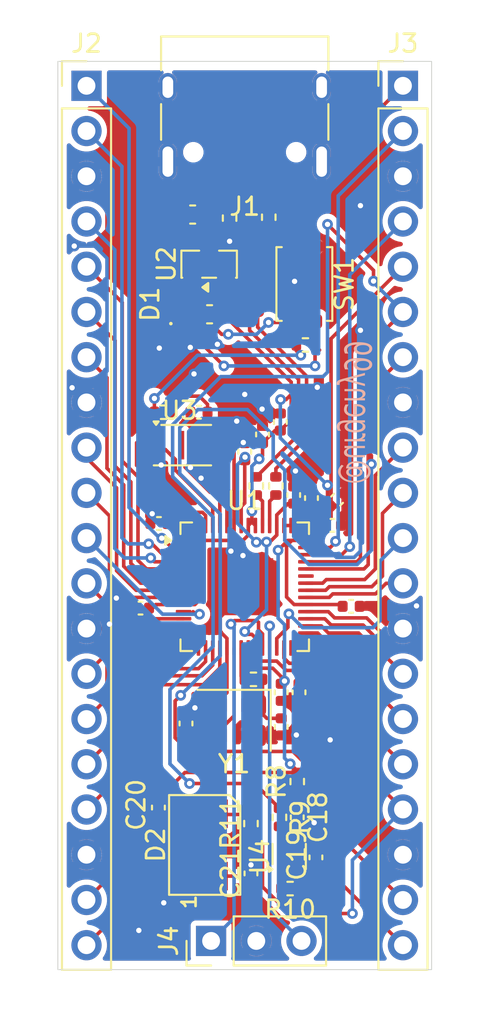
<source format=kicad_pcb>
(kicad_pcb (version 20241229) (generator "pcbnew") (generator_version "9.0")
  (layers (0 "F.Cu" signal) (2 "B.Cu" signal) (13 "F.Paste" user) (15 "B.Paste" user) (5 "F.SilkS" user "F.Silkscreen") (7 "B.SilkS" user "B.Silkscreen") (1 "F.Mask" user) (3 "B.Mask" user) (25 "Edge.Cuts" user))
  (net 0 "")
  (net 1 "+3V3")
  (net 2 "GND")
  (net 3 "+1V1")
  (net 4 "VBUS")
  (net 5 "XIN")
  (net 6 "Net-(C16-Pad2)")
  (net 7 "USB_D-")
  (net 8 "USB_D+")
  (net 9 "Net-(J1-CC1)")
  (net 10 "Net-(J1-CC2)")
  (net 11 "GPIO2")
  (net 12 "GPIO13")
  (net 13 "GPIO4")
  (net 14 "GPIO6")
  (net 15 "GPIO7")
  (net 16 "GPIO0")
  (net 17 "GPIO14")
  (net 18 "GPIO1")
  (net 19 "GPIO9")
  (net 20 "GPIO15")
  (net 21 "GPIO3")
  (net 22 "GPIO11")
  (net 23 "GPIO8")
  (net 24 "GPIO12")
  (net 25 "GPIO10")
  (net 26 "GPIO5")
  (net 27 "GPIO28_ADC2")
  (net 28 "GPIO26_ADC0")
  (net 29 "GPIO20")
  (net 30 "GPIO22")
  (net 31 "GPIO19")
  (net 32 "GPIO23")
  (net 33 "GPIO18")
  (net 34 "GPIO24")
  (net 35 "GPIO27_ADC1")
  (net 36 "GPIO17")
  (net 37 "GPIO16")
  (net 38 "GPIO29_ADC3")
  (net 39 "GPIO21")
  (net 40 "RUN")
  (net 41 "SWCLK")
  (net 42 "SWD")
  (net 43 "Net-(U1-USB_DP)")
  (net 44 "Net-(U1-USB_DM)")
  (net 45 "XOUT")
  (net 46 "QSPI_SS")
  (net 47 "Net-(D1-K)")
  (net 48 "QSPI_SD0")
  (net 49 "QSPI_SD2")
  (net 50 "QSPI_SD3")
  (net 51 "QSPI_SD1")
  (net 53 "QSPI_SCLK")
  (net 54 "Net-(D1-A)")
  (net 55 "Net-(U4-V+)")
  (net 56 "Net-(C18-Pad1)")
  (net 57 "Net-(U4-GND)")
  (net 58 "Net-(D2-VDD)")
  (net 59 "Net-(D2-VSS)")
  (net 61 "Net-(D2-DIN)")
  (net 62 "Net-(U4-SDA)")
  (net 63 "Net-(U4-SCL)")
  (footprint "Capacitor_SMD:C_0402_1005Metric" (layer "F.Cu") (at 154.145 77.45 180)
    (property "Reference" "C9" (hide yes))
    (property "Value" "0.1uF")
  )
  (footprint "Capacitor_SMD:C_0402_1005Metric" (layer "F.Cu") (at 161 67.7 90)
    (property "Reference" "C4" (hide yes))
    (property "Value" "0.1uF")
  )
  (footprint "Connector_USB:USB_C_Receptacle_HRO_TYPE-C-31-M-12" (layer "F.Cu") (at 160 49.25 180)
    (property "Reference" "J1")
    (property "Value" "USB_C_Receptacle_USB2.0_14P")
  )
  (footprint "Capacitor_SMD:C_0402_1005Metric" (layer "F.Cu") (at 165.98 77.35)
    (property "Reference" "C5" (hide yes))
    (property "Value" "0.1uF")
  )
  (footprint "Connector_PinHeader_2.54mm:PinHeader_1x20_P2.54mm_Vertical" (layer "F.Cu") (at 151.11 48.12)
    (property "Reference" "J2")
    (property "Value" "Conn_01x20")
  )
  (footprint "LED_SMD:LED_SK6812MINI_PLCC4_3.5x3.5mm_P1.75mm" (layer "F.Cu") (at 157.75 90.75 90)
    (property "Reference" "D2")
    (property "Value" "SK6812MINI")
  )
  (footprint "Crystal:Crystal_SMD_3225-4Pin_3.2x2.5mm" (layer "F.Cu") (at 159.4 83.75 180)
    (property "Reference" "Y1")
    (property "Value" "12 MHz")
  )
  (footprint "Capacitor_SMD:C_0402_1005Metric" (layer "F.Cu") (at 162 67 90)
    (property "Reference" "C2" (hide yes))
    (property "Value" "0.1uF")
  )
  (footprint "Capacitor_SMD:C_0402_1005Metric" (layer "F.Cu") (at 164 91.45 90)
    (property "Reference" "C19")
    (property "Value" "0.1uF")
  )
  (footprint "Resistor_SMD:R_0402_1005Metric" (layer "F.Cu") (at 160.35 89.55 90)
    (property "Reference" "R11")
    (property "Value" "220")
  )
  (footprint "Capacitor_SMD:C_0402_1005Metric" (layer "F.Cu") (at 156.7 83.93 -90)
    (property "Reference" "C15" (hide yes))
    (property "Value" "33pF")
  )
  (footprint "Capacitor_SMD:C_0402_1005Metric" (layer "F.Cu") (at 155.15 88.65 -90)
    (property "Reference" "C20")
    (property "Value" "0.1uF")
  )
  (footprint "Package_TO_SOT_SMD:SOT-23" (layer "F.Cu") (at 158 58.1375 90)
    (property "Reference" "U2")
    (property "Value" "MCP1700x-330xxTT")
  )
  (footprint "Capacitor_SMD:C_0402_1005Metric" (layer "F.Cu") (at 164.93 72.8)
    (property "Reference" "C3" (hide yes))
    (property "Value" "0.1uF")
  )
  (footprint "Capacitor_SMD:C_0402_1005Metric" (layer "F.Cu") (at 160 68.67 90)
    (property "Reference" "C12" (hide yes))
    (property "Value" "0.1uF")
  )
  (footprint "Resistor_SMD:R_0402_1005Metric" (layer "F.Cu") (at 162.95 87.19 90)
    (property "Reference" "R8")
    (property "Value" "4.7k")
  )
  (footprint "Resistor_SMD:R_0402_1005Metric" (layer "F.Cu") (at 161.35 55.5 -90)
    (property "Reference" "R2" (hide yes))
    (property "Value" "5.1K")
  )
  (footprint "Capacitor_SMD:C_0402_1005Metric" (layer "F.Cu") (at 162.05 82.18 -90)
    (property "Reference" "C6" (hide yes))
    (property "Value" "0.1uF")
  )
  (footprint "Capacitor_SMD:C_0402_1005Metric" (layer "F.Cu") (at 155.18 72.7 180)
    (property "Reference" "C8" (hide yes))
    (property "Value" "0.1uF")
  )
  (footprint "Capacitor_SMD:C_0402_1005Metric" (layer "F.Cu") (at 163.75 71.27 90)
    (property "Reference" "C7" (hide yes))
    (property "Value" "0.1uF")
  )
  (footprint "Capacitor_SMD:C_0402_1005Metric" (layer "F.Cu") (at 162.75 71.1 90)
    (property "Reference" "C11" (hide yes))
    (property "Value" "0.1uF")
  )
  (footprint "Button_Switch_SMD:SW_Push_SPST_NO_Alps_SKRK" (layer "F.Cu") (at 163.35 59.25 -90)
    (property "Reference" "SW1")
    (property "Value" "SW_Push")
  )
  (footprint "Resistor_SMD:R_0402_1005Metric" (layer "F.Cu") (at 160.49 81.45 180)
    (property "Reference" "R5" (hide yes))
    (property "Value" "1K")
  )
  (footprint "Resistor_SMD:R_0402_1005Metric" (layer "F.Cu") (at 161.75 70.59 -90)
    (property "Reference" "R4" (hide yes))
    (property "Value" "27")
  )
  (footprint "Capacitor_SMD:C_0402_1005Metric" (layer "F.Cu") (at 160.35 92.35 90)
    (property "Reference" "C21")
    (property "Value" "0.1uF")
  )
  (footprint "Capacitor_SMD:C_0402_1005Metric" (layer "F.Cu") (at 157.43 66.45 180)
    (property "Reference" "C17" (hide yes))
    (property "Value" "0.1uF")
  )
  (footprint "Connector_PinHeader_2.54mm:PinHeader_1x20_P2.54mm_Vertical" (layer "F.Cu") (at 168.89 48.12)
    (property "Reference" "J3")
    (property "Value" "Conn_01x20")
  )
  (footprint "Resistor_SMD:R_0402_1005Metric" (layer "F.Cu") (at 163.41 62.675 180)
    (property "Reference" "R6" (hide yes))
    (property "Value" "1K")
  )
  (footprint "Resistor_SMD:R_0402_1005Metric" (layer "F.Cu") (at 162.55 93.2 180)
    (property "Reference" "R10")
    (property "Value" "4.7k")
  )
  (footprint "Resistor_SMD:R_0402_1005Metric" (layer "F.Cu") (at 161.95 89.2 -90)
    (property "Reference" "R9")
    (property "Value" "4.7k")
  )
  (footprint "Package_TO_SOT_SMD:SOT-563" (layer "F.Cu") (at 162.4975 91.4 90)
    (property "Reference" "U4")
    (property "Value" "TMP112xxDRL")
  )
  (footprint "Package_DFN_QFN:QFN-56-1EP_7x7mm_P0.4mm_EP3.2x3.2mm" (layer "F.Cu") (at 160 76.25)
    (property "Reference" "U1")
    (property "Value" "RP2040")
  )
  (footprint "Capacitor_SMD:C_0603_1608Metric" (layer "F.Cu") (at 157.075 55.35 180)
    (property "Reference" "C13" (hide yes))
    (property "Value" "10uF")
  )
  (footprint "Package_SON:Winbond_USON-8-1EP_3x2mm_P0.5mm_EP0.2x1.6mm" (layer "F.Cu") (at 156.5 68.3)
    (property "Reference" "U3")
    (property "Value" "W25Q16JVUXIQ TR")
  )
  (footprint "Resistor_SMD:R_0402_1005Metric" (layer "F.Cu") (at 155.44 66.45 180)
    (property "Reference" "R7" (hide yes))
    (property "Value" "10K")
  )
  (footprint "Capacitor_SMD:C_0402_1005Metric" (layer "F.Cu") (at 162.05 84.12 90)
    (property "Reference" "C16" (hide yes))
    (property "Value" "33pF")
  )
  (footprint "Connector_PinHeader_2.54mm:PinHeader_1x03_P2.54mm_Vertical" (layer "F.Cu") (at 158.11 96.14 90)
    (property "Reference" "J4")
    (property "Value" "Conn_01x03")
  )
  (footprint "Capacitor_SMD:C_0402_1005Metric" (layer "F.Cu") (at 162.95 89.2 -90)
    (property "Reference" "C18")
    (property "Value" "0.1uF")
  )
  (footprint "Capacitor_SMD:C_0603_1608Metric" (layer "F.Cu") (at 158.025 60.95 180)
    (property "Reference" "C14" (hide yes))
    (property "Value" "10uF")
  )
  (footprint "Capacitor_SMD:C_0402_1005Metric" (layer "F.Cu") (at 163.05 82.18 -90)
    (property "Reference" "C10" (hide yes))
    (property "Value" "1uF")
  )
  (footprint "Capacitor_SMD:C_0402_1005Metric" (layer "F.Cu") (at 165.189411 71.360589 45)
    (property "Reference" "C1" (hide yes))
    (property "Value" "1uF")
  )
  (footprint "Resistor_SMD:R_0402_1005Metric" (layer "F.Cu") (at 159.15 55.55 -90)
    (property "Reference" "R1" (hide yes))
    (property "Value" "5.1K")
  )
  (footprint "Resistor_SMD:R_0402_1005Metric" (layer "F.Cu") (at 160.65 70.59 -90)
    (property "Reference" "R3" (hide yes))
    (property "Value" "27")
  )
  (footprint "LED_SMD:LED_0402_1005Metric" (layer "F.Cu") (at 155.85 60.385 90)
    (property "Reference" "D1")
    (property "Value" "LED")
  )
  (gr_rect (start 149.5 46.75) (end 170.5 97.75) (stroke (width 0.05)) (fill no) (layer "Edge.Cuts"))
  (gr_text "@urgeny99" (at 165.35 70.5 270) (layer "B.SilkS") (effects (font (size 1.5 1) (thickness 0.1)) (justify left bottom mirror)))
  (segment (start 157.91 67.535) (end 157.925 67.55) (width 0.2) (layer "F.Cu") (net 1))
  (segment (start 162.325 73.975) (end 162.35 74) (width 0.2) (layer "F.Cu") (net 1))
  (segment (start 160.4 72.6125) (end 160.6 72.8125) (width 0.2) (layer "F.Cu") (net 1))
  (segment (start 157.45 65.55) (end 157.91 66.01) (width 0.2) (layer "F.Cu") (net 1))
  (segment (start 161.7 67.48) (end 161 68.18) (width 0.2) (layer "F.Cu") (net 1))
  (segment (start 164.45 72.8) (end 164.2875 72.8) (width 0.2) (layer "F.Cu") (net 1))
  (segment (start 158.8 59.225) (end 158.95 59.075) (width 0.2) (layer "F.Cu") (net 1))
  (segment (start 158.8 60.95) (end 162.3 64.45) (width 0.2) (layer "F.Cu") (net 1))
  (segment (start 155.15 88.17) (end 156.64 86.68) (width 0.2) (layer "F.Cu") (net 1))
  (segment (start 157.2 77.25) (end 157.4995 76.9505) (width 0.2) (layer "F.Cu") (net 1))
  (segment (start 159.897774 73.65) (end 160.2 73.347774) (width 0.2) (layer "F.Cu") (net 1))
  (segment (start 160.2 80.389874) (end 160.2 79.6875) (width 0.2) (layer "F.Cu") (net 1))
  (segment (start 155.02 77.25) (end 154.81 77.46) (width 0.2) (layer "F.Cu") (net 1))
  (segment (start 162.321 65.74) (end 162.611 65.45) (width 0.2) (layer "F.Cu") (net 1))
  (segment (start 164.65 70.55) (end 164.65 71.5) (width 0.2) (layer "F.Cu") (net 1))
  (segment (start 161 68.18) (end 160.37 67.55) (width 0.2) (layer "F.Cu") (net 1))
  (segment (start 165.4 77.25) (end 165.5 77.35) (width 0.2) (layer "F.Cu") (net 1))
  (segment (start 163.8 71.7) (end 163.75 71.75) (width 0.2) (layer "F.Cu") (net 1))
  (segment (start 162.078692 81.7) (end 162.234549 81.544143) (width 0.2) (layer "F.Cu") (net 1))
  (segment (start 163.75 71.75) (end 163.6625 71.75) (width 0.2) (layer "F.Cu") (net 1))
  (segment (start 164.65 71.5) (end 164.85 71.7) (width 0.2) (layer "F.Cu") (net 1))
  (segment (start 158.8 60.95) (end 158.8 59.225) (width 0.2) (layer "F.Cu") (net 1))
  (segment (start 162.35 74) (end 162.35 76.825) (width 0.2) (layer "F.Cu") (net 1))
  (segment (start 155.01 77.25) (end 154.81 77.45) (width 0.2) (layer "F.Cu") (net 1))
  (segment (start 161 68.18) (end 161 68.88147) (width 0.2) (layer "F.Cu") (net 1))
  (segment (start 160.2 73.347774) (end 160.2 72.8125) (width 0.2) (layer "F.Cu") (net 1))
  (segment (start 164.85 71.7) (end 163.8 71.7) (width 0.2) (layer "F.Cu") (net 1))
  (segment (start 156.5625 73.65) (end 157.149 73.65) (width 0.2) (layer "F.Cu") (net 1))
  (segment (start 162 67.48) (end 161.7 67.48) (width 0.2) (layer "F.Cu") (net 1))
  (segment (start 155.66 72.7475) (end 156.5625 73.65) (width 0.2) (layer "F.Cu") (net 1))
  (segment (start 162.65 73.65) (end 162.325 73.975) (width 0.2) (layer "F.Cu") (net 1))
  (segment (start 161.577 80.827) (end 160.637126 80.827) (width 0.2) (layer "F.Cu") (net 1))
  (segment (start 162.775 77.25) (end 163.4375 77.25) (width 0.2) (layer "F.Cu") (net 1))
  (segment (start 162.05 81.3) (end 161.577 80.827) (width 0.2) (layer "F.Cu") (net 1))
  (segment (start 160.4 71.999527) (end 160.4 72.6125) (width 0.2) (layer "F.Cu") (net 1))
  (segment (start 161 68.88147) (end 160.809998 69.071472) (width 0.2) (layer "F.Cu") (net 1))
  (segment (start 157.4995 76.9505) (end 157.4995 74.0005) (width 0.2) (layer "F.Cu") (net 1))
  (segment (start 162.425 73.65) (end 162.65 73.65) (width 0.2) (layer "F.Cu") (net 1))
  (segment (start 160.637126 80.827) (end 160.2 80.389874) (width 0.2) (layer "F.Cu") (net 1))
  (segment (start 157.91 66.45) (end 157.91 67.535) (width 0.2) (layer "F.Cu") (net 1))
  (segment (start 157.149 73.65) (end 157.4995 74.0005) (width 0.2) (layer "F.Cu") (net 1))
  (segment (start 155.66 72.7) (end 155.66 72.7475) (width 0.2) (layer "F.Cu") (net 1))
  (segment (start 162.611 64.761) (end 162.611 65.45) (width 0.2) (layer "F.Cu") (net 1))
  (segment (start 164.85 72.4) (end 164.45 72.8) (width 0.2) (layer "F.Cu") (net 1))
  (segment (start 162.013148 65.74) (end 162.321 65.74) (width 0.2) (layer "F.Cu") (net 1))
  (segment (start 156.5625 77.25) (end 157.2 77.25) (width 0.2) (layer "F.Cu") (net 1))
  (segment (start 162.3 64.45) (end 162.611 64.761) (width 0.2) (layer "F.Cu") (net 1))
  (segment (start 162.611 65.45) (end 162.611 66.869) (width 0.2) (layer "F.Cu") (net 1))
  (segment (start 156.64 86.68) (end 162.95 86.68) (width 0.2) (layer "F.Cu") (net 1))
  (segment (start 160.4 72.6125) (end 160.2 72.8125) (width 0.2) (layer "F.Cu") (net 1))
  (segment (start 164.85 62.32) (end 164.85 71.7) (width 0.2) (layer "F.Cu") (net 1))
  (segment (start 168.89 58.28) (end 164.85 62.32) (width 0.2) (layer "F.Cu") (net 1))
  (segment (start 161.875 74.2) (end 162.425 73.65) (width 0.2) (layer "F.Cu") (net 1))
  (segment (start 155.95 66.45) (end 155.95 65.8) (width 0.2) (layer "F.Cu") (net 1))
  (segment (start 156.2 65.55) (end 157.45 65.55) (width 0.2) (layer "F.Cu") (net 1))
  (segment (start 157.91 66.01) (end 157.91 66.45) (width 0.2) (layer "F.Cu") (net 1))
  (segment (start 162.05 81.7) (end 162.078692 81.7) (width 0.2) (layer "F.Cu") (net 1))
  (segment (start 163.6625 71.75) (end 162.6 72.8125) (width 0.2) (layer "F.Cu") (net 1))
  (segment (start 162.05 81.7) (end 162.05 81.3) (width 0.2) (layer "F.Cu") (net 1))
  (segment (start 156.5625 77.25) (end 155.01 77.25) (width 0.2) (layer "F.Cu") (net 1))
  (segment (start 164.2875 72.8) (end 163.4375 73.65) (width 0.2) (layer "F.Cu") (net 1))
  (segment (start 162.95 86.58819) (end 162.555905 86.194095) (width 0.2) (layer "F.Cu") (net 1))
  (segment (start 160.37 67.55) (end 157.925 67.55) (width 0.2) (layer "F.Cu") (net 1))
  (segment (start 163.4375 77.25) (end 165.4 77.25) (width 0.2) (layer "F.Cu") (net 1))
  (segment (start 162.35 76.825) (end 162.775 77.25) (width 0.2) (layer "F.Cu") (net 1))
  (segment (start 162.95 86.68) (end 162.95 86.58819) (width 0.2) (layer "F.Cu") (net 1))
  (segment (start 164.85 71.7) (end 164.85 72.4) (width 0.2) (layer "F.Cu") (net 1))
  (segment (start 156.5625 73.65) (end 159.897774 73.65) (width 0.2) (layer "F.Cu") (net 1))
  (segment (start 162.6 72.8125) (end 162.2 72.8125) (width 0.2) (layer "F.Cu") (net 1))
  (segment (start 162.611 66.869) (end 162 67.48) (width 0.2) (layer "F.Cu") (net 1))
  (segment (start 155.95 65.8) (end 156.2 65.55) (width 0.2) (layer "F.Cu") (net 1))
  (segment (start 163.4375 73.65) (end 162.65 73.65) (width 0.2) (layer "F.Cu") (net 1))
  (via (at 160.4 71.999527) (size 0.6) (drill 0.3) (layers "F.Cu" "B.Cu") (net 1))
  (via (at 160.809998 69.071472) (size 0.6) (drill 0.3) (layers "F.Cu" "B.Cu") (net 1))
  (via (at 162.013148 65.74) (size 0.6) (drill 0.3) (layers "F.Cu" "B.Cu") (net 1))
  (via (at 161.875 74.2) (size 0.6) (drill 0.3) (layers "F.Cu" "B.Cu") (net 1))
  (via (at 162.234549 81.544143) (size 0.6) (drill 0.3) (layers "F.Cu" "B.Cu") (net 1))
  (via (at 164.65 70.55) (size 0.6) (drill 0.3) (layers "F.Cu" "B.Cu") (net 1))
  (via (at 162.555905 86.194095) (size 0.6) (drill 0.3) (layers "F.Cu" "B.Cu") (net 1))
  (segment (start 162 67.9) (end 162 65.753148) (width 0.2) (layer "B.Cu") (net 1))
  (segment (start 162 67.9) (end 164.65 70.55) (width 0.2) (layer "B.Cu") (net 1))
  (segment (start 162.234549 81.544143) (end 162.234549 78.377273) (width 0.2) (layer "B.Cu") (net 1))
  (segment (start 162 65.753148) (end 162.013148 65.74) (width 0.2) (layer "B.Cu") (net 1))
  (segment (start 160.809998 69.071472) (end 160.4 69.48147) (width 0.2) (layer "B.Cu") (net 1))
  (segment (start 162.234549 78.377273) (end 161.875 78.017724) (width 0.2) (layer "B.Cu") (net 1))
  (segment (start 162.555905 86.194095) (end 162.234549 85.872739) (width 0.2) (layer "B.Cu") (net 1))
  (segment (start 161.875 78.017724) (end 161.875 74.2) (width 0.2) (layer "B.Cu") (net 1))
  (segment (start 162.234549 85.872739) (end 162.234549 81.544143) (width 0.2) (layer "B.Cu") (net 1))
  (segment (start 160.4 69.48147) (end 160.4 71.999527) (width 0.2) (layer "B.Cu") (net 1))
  (segment (start 159.222529 75.472529) (end 159.222529 74.25) (width 0.2) (layer "F.Cu") (net 2))
  (segment (start 158.464112 62.635582) (end 158.685582 62.635582) (width 0.2) (layer "F.Cu") (net 2))
  (segment (start 158.3 82.9) (end 159 82.2) (width 0.2) (layer "F.Cu") (net 2))
  (segment (start 160.5 84.6) (end 160.5 84.901) (width 0.2) (layer "F.Cu") (net 2))
  (segment (start 151.11 53.2) (end 151.11 53.34) (width 0.2) (layer "F.Cu") (net 2))
  (segment (start 157.149265 63.017792) (end 156.941753 62.81028) (width 0.2) (layer "F.Cu") (net 2))
  (segment (start 154.7 72.25) (end 154.8 72.15) (width 0.2) (layer "F.Cu") (net 2))
  (segment (start 165.528822 71.021178) (end 165.528822 62.821178) (width 0.2) (layer "F.Cu") (net 2))
  (segment (start 154.7 72.7) (end 154.723575 72.7) (width 0.2) (layer "F.Cu") (net 2))
  (segment (start 158.622529 78.772529) (end 158.622529 77.627471) (width 0.2) (layer "F.Cu") (net 2))
  (segment (start 159 79.6875) (end 159 79.15) (width 0.2) (layer "F.Cu") (net 2))
  (segment (start 157.25 61.2) (end 158.685582 62.635582) (width 0.2) (layer "F.Cu") (net 2))
  (segment (start 151.11 65.9) (end 151.11 65.885) (width 0.2) (layer "F.Cu") (net 2))
  (segment (start 156.949 69.556908) (end 156.95 69.555908) (width 0.2) (layer "F.Cu") (net 2))
  (segment (start 155.075 69.184088) (end 155.304909 69.413997) (width 0.2) (layer "F.Cu") (net 2))
  (segment (start 163.75 68.80147) (end 164.075 68.47647) (width 0.2) (layer "F.Cu") (net 2))
  (segment (start 156.149 91.399) (end 155.45 92.098) (width 0.2) (layer "F.Cu") (net 2))
  (segment (start 151.358911 57.118849) (end 152.261 56.21676) (width 0.2) (layer "F.Cu") (net 2))
  (segment (start 153.34853 77.45) (end 153.85 77.45) (width 0.2) (layer "F.Cu") (net 2))
  (segment (start 157.75 83.45) (end 158.3 82.9) (width 0.2) (layer "F.Cu") (net 2))
  (segment (start 162.85 69.89) (end 163.75 70.79) (width 0.2) (layer "F.Cu") (net 2))
  (segment (start 167.64 77.35) (end 168.89 78.6) (width 0.2) (layer "F.Cu") (net 2))
  (segment (start 160.35 91.87) (end 159.879 91.399) (width 0.2) (layer "F.Cu") (net 2))
  (segment (start 155.075 69.05) (end 155.075 69.184088) (width 0.2) (layer "F.Cu") (net 2))
  (segment (start 163.75 68.975) (end 163.75 68.80147) (width 0.2) (layer "F.Cu") (net 2))
  (segment (start 157.25 60.95) (end 157.25 61.2) (width 0.2) (layer "F.Cu") (net 2))
  (segment (start 155.45 92.098) (end 155.45 94) (width 0.2) (layer "F.Cu") (net 2))
  (segment (start 162.05 84.6) (end 160.5 84.6) (width 0.2) (layer "F.Cu") (net 2))
  (segment (start 166.46 77.35) (end 169.625 77.35) (width 0.2) (layer "F.Cu") (net 2))
  (segment (start 162.075 84.575) (end 162.05 84.6) (width 0.2) (layer "F.Cu") (net 2))
  (segment (start 159 82.2) (end 159 79.6875) (width 0.2) (layer "F.Cu") (net 2))
  (segment (start 159.879 91.399) (end 156.149 91.399) (width 0.2) (layer "F.Cu") (net 2))
  (segment (start 156.95 69.555908) (end 156.95 66.45) (width 0.2) (layer "F.Cu") (net 2))
  (segment (start 162 66.52) (end 161.22 66.52) (width 0.2) (layer "F.Cu") (net 2))
  (segment (start 151.11 53.34) (end 150.35 54.1) (width 0.2) (layer "F.Cu") (net 2))
  (segment (start 160 76.25) (end 159.222529 75.472529) (width 0.2) (layer "F.Cu") (net 2))
  (segment (start 157.149265 64.299265) (end 157.149265 63.017792) (width 0.2) (layer "F.Cu") (net 2))
  (segment (start 163.9 89.785) (end 163.9 89.5) (width 0.2) (layer "F.Cu") (net 2))
  (segment (start 156.8 83.45) (end 157.2 83.05) (width 0.2) (layer "F.Cu") (net 2))
  (segment (start 160 68.19) (end 159.959615 68.19) (width 0.2) (layer "F.Cu") (net 2))
  (segment (start 152.15 78.6) (end 152.4 78.35) (width 0.2) (layer "F.Cu") (net 2))
  (segment (start 152.786765 76.888235) (end 153.34853 77.45) (width 0.2) (layer "F.Cu") (net 2))
  (segment (start 160.74 84.36) (end 160.5 84.6) (width 0.2) (layer "F.Cu") (net 2))
  (segment (start 162.05 82.66) (end 162.39 82.66) (width 0.2) (layer "F.Cu") (net 2))
  (segment (start 165.528822 72.681178) (end 165.528822 71.021178) (width 0.2) (layer "F.Cu") (net 2))
  (segment (start 156.7 83.45) (end 156.8 83.45) (width 0.2) (layer "F.Cu") (net 2))
  (segment (start 150.421352 57.118849) (end 151.358911 57.118849) (width 0.2) (layer "F.Cu") (net 2))
  (segment (start 162.85 69.75) (end 162.85 69.89) (width 0.2) (layer "F.Cu") (net 2))
  (segment (start 159.15 56.06) (end 159.15 56.85) (width 0.2) (layer "F.Cu") (net 2))
  (segment (start 152.261 54.351) (end 151.11 53.2) (width 0.2) (layer "F.Cu") (net 2))
  (segment (start 159 79.15) (end 158.622529 78.772529) (width 0.2) (layer "F.Cu") (net 2))
  (segment (start 165.41 72.8) (end 165.528822 72.681178) (width 0.2) (layer "F.Cu") (net 2))
  (segment (start 154.7 72.7) (end 154.7 72.25) (width 0.2) (layer "F.Cu") (net 2))
  (segment (start 163.7175 90.6875) (end 164 90.97) (width 0.2) (layer "F.Cu") (net 2))
  (segment (start 159.959615 68.19) (end 159.919615 68.15) (width 0.2) (layer "F.Cu") (net 2))
  (segment (start 162.9975 90.6875) (end 163.7175 90.6875) (width 0.2) (layer "F.Cu") (net 2))
  (segment (start 151.11 78.6) (end 152.15 78.6) (width 0.2) (layer "F.Cu") (net 2))
  (segment (start 165.528822 62.821178) (end 166.5 61.85) (width 0.2) (layer "F.Cu") (net 2))
  (segment (start 166.46 77.35) (end 167.64 77.35) (width 0.2) (layer "F.Cu") (net 2))
  (segment (start 161 67.22) (end 160.73 66.95) (width 0.2) (layer "F.Cu") (net 2))
  (segment (start 161 66.3) (end 160.975 66.275) (width 0.2) (layer "F.Cu") (net 2))
  (segment (start 151.11 65.885) (end 150.3 65.075) (width 0.2) (layer "F.Cu") (net 2))
  (segment (start 160.73 66.95) (end 159.55 66.95) (width 0.2) (layer "F.Cu") (net 2))
  (segment (start 164.075 68.47647) (end 164.075 65.05) (width 0.2) (layer "F.Cu") (net 2))
  (segment (start 162.9 84.575) (end 162.075 84.575) (width 0.2) (layer "F.Cu") (net 2))
  (segment (start 163.75 70.79) (end 163.75 68.975) (width 0.2) (layer "F.Cu") (net 2))
  (segment (start 162.9975 90.6875) (end 163.9 89.785) (width 0.2) (layer "F.Cu") (net 2))
  (segment (start 158.685582 62.635582) (end 160.975 64.925) (width 0.2) (layer "F.Cu") (net 2))
  (segment (start 156.7 83.45) (end 157.75 83.45) (width 0.2) (layer "F.Cu") (net 2))
  (segment (start 161 67.22) (end 161 66.3) (width 0.2) (layer "F.Cu") (net 2))
  (segment (start 152.261 56.21676) (end 152.261 54.351) (width 0.2) (layer "F.Cu") (net 2))
  (segment (start 160.975 64.925) (end 160.975 66.275) (width 0.2) (layer "F.Cu") (net 2))
  (segment (start 162.39 82.66) (end 162.4 82.65) (width 0.2) (layer "F.Cu") (net 2))
  (segment (start 161.22 66.52) (end 160.975 66.275) (width 0.2) (layer "F.Cu") (net 2))
  (segment (start 169.625 77.35) (end 169.65 77.325) (width 0.2) (layer "F.Cu") (net 2))
  (via (at 166.5 54.85) (size 0.6) (drill 0.3) (layers "F.Cu" "B.Cu") (net 2))
  (via (at 155.304909 69.413997) (size 0.6) (drill 0.3) (layers "F.Cu" "B.Cu") (net 2))
  (via (at 156.949 69.556908) (size 0.6) (drill 0.3) (layers "F.Cu" "B.Cu") (net 2))
  (via (at 156.941753 62.81028) (size 0.6) (drill 0.3) (layers "F.Cu" "B.Cu") (net 2))
  (via (at 163.9 89.5) (size 0.6) (drill 0.3) (layers "F.Cu" "B.Cu") (net 2))
  (via (at 162.9 84.575) (size 0.6) (drill 0.3) (layers "F.Cu" "B.Cu") (net 2))
  (via (at 159.919615 68.15) (size 0.6) (drill 0.3) (layers "F.Cu" "B.Cu") (net 2))
  (via (at 162.8 59.1) (size 0.6) (drill 0.3) (layers "F.Cu" "B.Cu") (net 2))
  (via (at 160.975 66.275) (size 0.6) (drill 0.3) (layers "F.Cu" "B.Cu") (net 2))
  (via (at 154.05 95.55) (size 0.6) (drill 0.3) (layers "F.Cu" "B.Cu") (net 2))
  (via (at 159.55 66.95) (size 0.6) (drill 0.3) (layers "F.Cu" "B.Cu") (net 2))
  (via (at 155.45 94) (size 0.6) (drill 0.3) (layers "F.Cu" "B.Cu") (net 2))
  (via (at 164.075 65.05) (size 0.6) (drill 0.3) (layers "F.Cu" "B.Cu") (net 2))
  (via (at 159.15 56.85) (size 0.6) (drill 0.3) (layers "F.Cu" "B.Cu") (net 2))
  (via (at 150.3 65.075) (size 0.6) (drill 0.3) (layers "F.Cu" "B.Cu") (net 2))
  (via (at 158.464112 62.635582) (size 0.6) (drill 0.3) (layers "F.Cu" "B.Cu") (net 2))
  (via (at 159.222529 74.25) (size 0.6) (drill 0.3) (layers "F.Cu" "B.Cu") (net 2))
  (via (at 152.786765 76.888235) (size 0.6) (drill 0.3) (layers "F.Cu" "B.Cu") (net 2))
  (via (at 160.35 91.87) (size 0.6) (drill 0.3) (layers "F.Cu" "B.Cu") (net 2))
  (via (at 164.8 84.85) (size 0.6) (drill 0.3) (layers "F.Cu" "B.Cu") (net 2))
  (via (at 157.546046 70.153954) (size 0.6) (drill 0.3) (layers "F.Cu" "B.Cu") (net 2))
  (via (at 152.4 78.35) (size 0.6) (drill 0.3) (layers "F.Cu" "B.Cu") (net 2))
  (via (at 154.8 72.15) (size 0.6) (drill 0.3) (layers "F.Cu" "B.Cu") (net 2))
  (via (at 155.2 62.85) (size 0.6) (drill 0.3) (layers "F.Cu" "B.Cu") (net 2))
  (via (at 157.149265 64.299265) (size 0.6) (drill 0.3) (layers "F.Cu" "B.Cu") (net 2))
  (via (at 159.9 74.5) (size 0.6) (drill 0.3) (layers "F.Cu" "B.Cu") (net 2))
  (via (at 162.85 69.75) (size 0.6) (drill 0.3) (layers "F.Cu" "B.Cu") (net 2))
  (via (at 160 65.45) (size 0.6) (drill 0.3) (layers "F.Cu" "B.Cu") (net 2))
  (via (at 166.5 61.85) (size 0.6) (drill 0.3) (layers "F.Cu" "B.Cu") (net 2))
  (via (at 150.421352 57.118849) (size 0.6) (drill 0.3) (layers "F.Cu" "B.Cu") (net 2))
  (via (at 169.65 77.325) (size 0.6) (drill 0.3) (layers "F.Cu" "B.Cu") (net 2))
  (via (at 157.2 83.05) (size 0.6) (drill 0.3) (layers "F.Cu" "B.Cu") (net 2))
  (segment (start 159.919615 68.15) (end 158.355908 68.15) (width 0.2) (layer "B.Cu") (net 2))
  (segment (start 156.941753 62.81028) (end 158.289414 62.81028) (width 0.2) (layer "B.Cu") (net 2))
  (segment (start 164.075 65.05) (end 161.853205 65.05) (width 0.2) (layer "B.Cu") (net 2))
  (segment (start 165.151057 74.601) (end 162.85 72.299943) (width 0.2) (layer "B.Cu") (net 2))
  (segment (start 159.55 66.95) (end 159.55 67.780385) (width 0.2) (layer "B.Cu") (net 2))
  (segment (start 152.4 77.275) (end 152.786765 76.888235) (width 0.2) (layer "B.Cu") (net 2))
  (segment (start 150.3 65.075) (end 151.325 65.075) (width 0.2) (layer "B.Cu") (net 2))
  (segment (start 166.5 63.51) (end 168.89 65.9) (width 0.2) (layer "B.Cu") (net 2))
  (segment (start 169.65 77.325) (end 169.65 77.825) (width 0.2) (layer "B.Cu") (net 2))
  (segment (start 166.501 74.248943) (end 166.148943 74.601) (width 0.2) (layer "B.Cu") (net 2))
  (segment (start 157.546046 70.153954) (end 156.949 69.556908) (width 0.2) (layer "B.Cu") (net 2))
  (segment (start 169.65 77.825) (end 162.9 84.575) (width 0.2) (layer "B.Cu") (net 2))
  (segment (start 160.35 85.051) (end 160.35 91.87) (width 0.2) (layer "B.Cu") (net 2))
  (segment (start 158.355908 68.15) (end 156.949 69.556908) (width 0.2) (layer "B.Cu") (net 2))
  (segment (start 160.5 84.901) (end 160.35 85.051) (width 0.2) (layer "B.Cu") (net 2))
  (segment (start 155.304909 69.413997) (end 155.304909 66.143621) (width 0.2) (layer "B.Cu") (net 2))
  (segment (start 159.187382 71.79529) (end 157.546046 70.153954) (width 0.2) (layer "B.Cu") (net 2))
  (segment (start 152.261 64.139) (end 152.261 57.80324) (width 0.2) (layer "B.Cu") (net 2))
  (segment (start 152.4 78.35) (end 152.4 77.275) (width 0.2) (layer "B.Cu") (net 2))
  (segment (start 152.261 57.80324) (end 151.576609 57.118849) (width 0.2) (layer "B.Cu") (net 2))
  (segment (start 159.55 67.780385) (end 159.919615 68.15) (width 0.2) (layer "B.Cu") (net 2))
  (segment (start 155.304909 66.143621) (end 157.149265 64.299265) (width 0.2) (layer "B.Cu") (net 2))
  (segment (start 162.85 72.299943) (end 162.85 69.75) (width 0.2) (layer "B.Cu") (net 2))
  (segment (start 151.576609 57.118849) (end 150.421352 57.118849) (width 0.2) (layer "B.Cu") (net 2))
  (segment (start 166.5 61.85) (end 166.5 63.51) (width 0.2) (layer "B.Cu") (net 2))
  (segment (start 159.187382 74.214853) (end 159.187382 71.79529) (width 0.2) (layer "B.Cu") (net 2))
  (segment (start 160.975 65.928205) (end 160.975 66.275) (width 0.2) (layer "B.Cu") (net 2))
  (segment (start 168.89 65.9) (end 166.501 68.289) (width 0.2) (layer "B.Cu") (net 2))
  (segment (start 151.325 65.075) (end 152.261 64.139) (width 0.2) (layer "B.Cu") (net 2))
  (segment (start 161.853205 65.05) (end 160.975 65.928205) (width 0.2) (layer "B.Cu") (net 2))
  (segment (start 166.501 68.289) (end 166.501 74.248943) (width 0.2) (layer "B.Cu") (net 2))
  (segment (start 158.289414 62.81028) (end 158.464112 62.635582) (width 0.2) (layer "B.Cu") (net 2))
  (segment (start 159.222529 74.25) (end 159.187382 74.214853) (width 0.2) (layer "B.Cu") (net 2))
  (segment (start 166.148943 74.601) (end 165.151057 74.601) (width 0.2) (layer "B.Cu") (net 2))
  (segment (start 160.016458 68.97) (end 160.016458 69.133542) (width 0.2) (layer "F.Cu") (net 3))
  (segment (start 161.8 80.426) (end 160.803226 80.426) (width 0.2) (layer "F.Cu") (net 3))
  (segment (start 160.6 79.6875) (end 160.6 80.222774) (width 0.2) (layer "F.Cu") (net 3))
  (segment (start 163.05 81.151) (end 162.85 80.951) (width 0.2) (layer "F.Cu") (net 3))
  (segment (start 161.414453 73.735547) (end 161.8 73.35) (width 0.2) (layer "F.Cu") (net 3))
  (segment (start 162.75 71.58) (end 162.440001 71.58) (width 0.2) (layer "F.Cu") (net 3))
  (segment (start 159.8 71.751) (end 159.8 72.8125) (width 0.2) (layer "F.Cu") (net 3))
  (segment (start 160.016458 69.133542) (end 160 69.15) (width 0.2) (layer "F.Cu") (net 3))
  (segment (start 161.223629 73.735547) (end 161.414453 73.735547) (width 0.2) (layer "F.Cu") (net 3))
  (segment (start 161.223629 73.735547) (end 160.666358 73.735547) (width 0.2) (layer "F.Cu") (net 3))
  (segment (start 161.8 73.35) (end 161.8 72.8125) (width 0.2) (layer "F.Cu") (net 3))
  (segment (start 160.4 78.925) (end 160.159581 78.925) (width 0.2) (layer "F.Cu") (net 3))
  (segment (start 160 69.15) (end 160 71.551) (width 0.2) (layer "F.Cu") (net 3))
  (segment (start 160.803226 80.426) (end 160.6 80.222774) (width 0.2) (layer "F.Cu") (net 3))
  (segment (start 162.440001 71.58) (end 161.8 72.220001) (width 0.2) (layer "F.Cu") (net 3))
  (segment (start 160.159581 78.925) (end 160.001 78.766419) (width 0.2) (layer "F.Cu") (net 3))
  (segment (start 162.325 80.951) (end 161.8 80.426) (width 0.2) (layer "F.Cu") (net 3))
  (segment (start 160 71.551) (end 159.8 71.751) (width 0.2) (layer "F.Cu") (net 3))
  (segment (start 163.05 81.7) (end 163.05 81.151) (width 0.2) (layer "F.Cu") (net 3))
  (segment (start 161.8 72.220001) (end 161.8 72.8125) (width 0.2) (layer "F.Cu") (net 3))
  (segment (start 160.666358 73.735547) (end 160.651905 73.75) (width 0.2) (layer "F.Cu") (net 3))
  (segment (start 162.85 80.951) (end 162.325 80.951) (width 0.2) (layer "F.Cu") (net 3))
  (segment (start 160.6 79.6875) (end 160.6 79.125) (width 0.2) (layer "F.Cu") (net 3))
  (segment (start 160.6 79.125) (end 160.4 78.925) (width 0.2) (layer "F.Cu") (net 3))
  (via (at 160.016458 68.97) (size 0.6) (drill 0.3) (layers "F.Cu" "B.Cu") (net 3))
  (via (at 160.651905 73.75) (size 0.6) (drill 0.3) (layers "F.Cu" "B.Cu") (net 3))
  (via (at 160.001 78.766419) (size 0.6) (drill 0.3) (layers "F.Cu" "B.Cu") (net 3))
  (via (at 161.223629 73.735547) (size 0.6) (drill 0.3) (layers "F.Cu" "B.Cu") (net 3))
  (segment (start 159.588382 72.686477) (end 159.588382 69.398076) (width 0.2) (layer "B.Cu") (net 3))
  (segment (start 161.225 73.736918) (end 161.223629 73.735547) (width 0.2) (layer "B.Cu") (net 3))
  (segment (start 160.001 78.766419) (end 161.225 77.542419) (width 0.2) (layer "B.Cu") (net 3))
  (segment (start 160.651905 73.75) (end 159.588382 72.686477) (width 0.2) (layer "B.Cu") (net 3))
  (segment (start 161.225 77.542419) (end 161.225 73.736918) (width 0.2) (layer "B.Cu") (net 3))
  (segment (start 159.588382 69.398076) (end 160.016458 68.97) (width 0.2) (layer "B.Cu") (net 3))
  (segment (start 157.55 55.05) (end 157.55 53.295) (width 0.2) (layer "F.Cu") (net 4))
  (segment (start 162.214 51.386) (end 162.214 53.059) (width 0.2) (layer "F.Cu") (net 4))
  (segment (start 168.89 48.12) (end 167.56 49.45) (width 0.2) (layer "F.Cu") (net 4))
  (segment (start 157.85 55.35) (end 157.55 55.05) (width 0.2) (layer "F.Cu") (net 4))
  (segment (start 157.55 52.37) (end 157.55 53.295) (width 0.2) (layer "F.Cu") (net 4))
  (segment (start 162.214 53.059) (end 162.45 53.295) (width 0.2) (layer "F.Cu") (net 4))
  (segment (start 158 55.5) (end 157.85 55.35) (width 0.2) (layer "F.Cu") (net 4))
  (segment (start 158.534 51.386) (end 157.55 52.37) (width 0.2) (layer "F.Cu") (net 4))
  (segment (start 167.56 49.45) (end 164.15 49.45) (width 0.2) (layer "F.Cu") (net 4))
  (segment (start 164.15 49.45) (end 162.214 51.386) (width 0.2) (layer "F.Cu") (net 4))
  (segment (start 162.214 51.386) (end 158.534 51.386) (width 0.2) (layer "F.Cu") (net 4))
  (segment (start 158 57.2) (end 158 55.5) (width 0.2) (layer "F.Cu") (net 4))
  (segment (start 156.7 84.41) (end 158.11 84.41) (width 0.2) (layer "F.Cu") (net 5))
  (segment (start 159.4 83.5) (end 159.4 79.6875) (width 0.2) (layer "F.Cu") (net 5))
  (segment (start 158.11 84.41) (end 158.3 84.6) (width 0.2) (layer "F.Cu") (net 5))
  (segment (start 158.3 84.6) (end 159.4 83.5) (width 0.2) (layer "F.Cu") (net 5))
  (segment (start 161.24 83.64) (end 160.5 82.9) (width 0.2) (layer "F.Cu") (net 6))
  (segment (start 161 82.4) (end 160.5 82.9) (width 0.2) (layer "F.Cu") (net 6))
  (segment (start 162.05 83.64) (end 161.24 83.64) (width 0.2) (layer "F.Cu") (net 6))
  (segment (start 161 81.45) (end 161 82.4) (width 0.2) (layer "F.Cu") (net 6))
  (segment (start 160.669 52.269) (end 160.75 52.35) (width 0.2) (layer "F.Cu") (net 7))
  (segment (start 159.75 53.295) (end 159.75 52.318) (width 0.2) (layer "F.Cu") (net 7))
  (segment (start 163.475 67.891397) (end 163.475 64.792496) (width 0.2) (layer "F.Cu") (net 7))
  (segment (start 163.475 64.792496) (end 163.475 64.422918) (width 0.2) (layer "F.Cu") (net 7))
  (segment (start 161.75 70.08) (end 161.75 69.616397) (width 0.2) (layer "F.Cu") (net 7))
  (segment (start 160.75 52.35) (end 160.75 53.295) (width 0.2) (layer "F.Cu") (net 7))
  (segment (start 160.725 54.407501) (end 160.725 60.26784) (width 0.2) (layer "F.Cu") (net 7))
  (segment (start 160.725 61.120148) (end 160.725 61.46784) (width 0.2) (layer "F.Cu") (net 7))
  (segment (start 159.75 52.318) (end 159.799 52.269) (width 0.2) (layer "F.Cu") (net 7))
  (segment (start 163.475 64.422918) (end 163.170223 64.118141) (width 0.2) (layer "F.Cu") (net 7))
  (segment (start 161.75 69.616397) (end 163.475 67.891397) (width 0.2) (layer "F.Cu") (net 7))
  (segment (start 160.977308 60.520148) (end 160.977308 60.86784) (width 0.2) (layer "F.Cu") (net 7))
  (segment (start 160.725 61.672918) (end 163.170223 64.118141) (width 0.2) (layer "F.Cu") (net 7))
  (segment (start 160.75 53.295) (end 160.75 54.382501) (width 0.2) (layer "F.Cu") (net 7))
  (segment (start 159.799 52.269) (end 160.669 52.269) (width 0.2) (layer "F.Cu") (net 7))
  (segment (start 160.75 54.382501) (end 160.725 54.407501) (width 0.2) (layer "F.Cu") (net 7))
  (segment (start 160.725 61.46784) (end 160.725 61.672918) (width 0.2) (layer "F.Cu") (net 7))
  (arc (start 160.725 60.26784) (mid 160.76195 60.357044) (end 160.851154 60.393994) (width 0.2) (layer "F.Cu") (net 7))
  (arc (start 160.851154 60.393994) (mid 160.940358 60.430944) (end 160.977308 60.520148) (width 0.2) (layer "F.Cu") (net 7))
  (arc (start 160.851154 60.993994) (mid 160.76195 61.030944) (end 160.725 61.120148) (width 0.2) (layer "F.Cu") (net 7))
  (arc (start 160.977308 60.86784) (mid 160.940358 60.957044) (end 160.851154 60.993994) (width 0.2) (layer "F.Cu") (net 7))
  (segment (start 160.25 53.295) (end 160.25 54.382501) (width 0.2) (layer "F.Cu") (net 8))
  (segment (start 159.25 53.295) (end 159.25 54.272) (width 0.2) (layer "F.Cu") (net 8))
  (segment (start 160.25 54.382501) (end 160.275 54.407501) (width 0.2) (layer "F.Cu") (net 8))
  (segment (start 160.275 54.407501) (end 160.275 61.859314) (width 0.2) (layer "F.Cu") (net 8))
  (segment (start 160.275 61.859314) (end 163.025 64.609314) (width 0.2) (layer "F.Cu") (net 8))
  (segment (start 160.201 54.321) (end 160.25 54.272) (width 0.2) (layer "F.Cu") (net 8))
  (segment (start 163.025 64.609314) (end 163.025 67.705) (width 0.2) (layer "F.Cu") (net 8))
  (segment (start 159.299 54.321) (end 160.201 54.321) (width 0.2) (layer "F.Cu") (net 8))
  (segment (start 159.25 54.272) (end 159.299 54.321) (width 0.2) (layer "F.Cu") (net 8))
  (segment (start 163.025 67.705) (end 160.65 70.08) (width 0.2) (layer "F.Cu") (net 8))
  (segment (start 160.25 54.272) (end 160.25 53.295) (width 0.2) (layer "F.Cu") (net 8))
  (segment (start 161.35 54.99) (end 161.25 54.89) (width 0.2) (layer "F.Cu") (net 9))
  (segment (start 161.25 54.89) (end 161.25 53.295) (width 0.2) (layer "F.Cu") (net 9))
  (segment (start 158.25 54.14) (end 158.25 53.295) (width 0.2) (layer "F.Cu") (net 10))
  (segment (start 159.15 55.04) (end 158.25 54.14) (width 0.2) (layer "F.Cu") (net 10))
  (segment (start 154.716365 74.633635) (end 154.93273 74.85) (width 0.2) (layer "F.Cu") (net 11))
  (segment (start 154.93273 74.85) (end 156.5625 74.85) (width 0.2) (layer "F.Cu") (net 11))
  (via (at 154.716365 74.633635) (size 0.6) (drill 0.3) (layers "F.Cu" "B.Cu") (net 11))
  (segment (start 152.7 74.1) (end 153.233635 74.633635) (width 0.2) (layer "B.Cu") (net 11))
  (segment (start 151.11 55.74) (end 152.7 57.33) (width 0.2) (layer "B.Cu") (net 11))
  (segment (start 152.7 57.33) (end 152.7 74.1) (width 0.2) (layer "B.Cu") (net 11))
  (segment (start 153.233635 74.633635) (end 154.716365 74.633635) (width 0.2) (layer "B.Cu") (net 11))
  (segment (start 153.25 81.8) (end 154.2 80.85) (width 0.2) (layer "F.Cu") (net 12))
  (segment (start 154.2 80.85) (end 157.4 80.85) (width 0.2) (layer "F.Cu") (net 12))
  (segment (start 157.8 80.45) (end 157.8 79.6875) (width 0.2) (layer "F.Cu") (net 12))
  (segment (start 153.25 86.62) (end 153.25 81.8) (width 0.2) (layer "F.Cu") (net 12))
  (segment (start 157.4 80.85) (end 157.8 80.45) (width 0.2) (layer "F.Cu") (net 12))
  (segment (start 151.11 88.76) (end 153.25 86.62) (width 0.2) (layer "F.Cu") (net 12))
  (segment (start 154.3171 75.65) (end 153.602 74.9349) (width 0.2) (layer "F.Cu") (net 13))
  (segment (start 153.602 74.9349) (end 153.602 70.3678) (width 0.2) (layer "F.Cu") (net 13))
  (segment (start 156.5625 75.65) (end 154.3171 75.65) (width 0.2) (layer "F.Cu") (net 13))
  (segment (start 152.7171 62.4271) (end 151.11 60.82) (width 0.2) (layer "F.Cu") (net 13))
  (segment (start 152.7171 69.4829) (end 152.7171 62.4271) (width 0.2) (layer "F.Cu") (net 13))
  (segment (start 153.602 70.3678) (end 152.7171 69.4829) (width 0.2) (layer "F.Cu") (net 13))
  (segment (start 151.11 69.01) (end 151.11 68.44) (width 0.2) (layer "F.Cu") (net 14))
  (segment (start 152.8 70.7) (end 151.11 69.01) (width 0.2) (layer "F.Cu") (net 14))
  (segment (start 156.5625 76.45) (end 153.9 76.45) (width 0.2) (layer "F.Cu") (net 14))
  (segment (start 153.9 76.45) (end 152.8 75.35) (width 0.2) (layer "F.Cu") (net 14))
  (segment (start 152.8 75.35) (end 152.8 70.7) (width 0.2) (layer "F.Cu") (net 14))
  (segment (start 152.4 72.27) (end 151.11 70.98) (width 0.2) (layer "F.Cu") (net 15))
  (segment (start 152.7 75.9) (end 152.4 75.6) (width 0.2) (layer "F.Cu") (net 15))
  (segment (start 153.65 76.85) (end 152.7 75.9) (width 0.2) (layer "F.Cu") (net 15))
  (segment (start 152.4 75.6) (end 152.4 72.27) (width 0.2) (layer "F.Cu") (net 15))
  (segment (start 156.5625 76.85) (end 153.65 76.85) (width 0.2) (layer "F.Cu") (net 15))
  (segment (start 155.337231 73.524046) (end 155.374046 73.524046) (width 0.2) (layer "F.Cu") (net 16))
  (segment (start 155.9 74.05) (end 156.5625 74.05) (width 0.2) (layer "F.Cu") (net 16))
  (segment (start 155.374046 73.524046) (end 155.9 74.05) (width 0.2) (layer "F.Cu") (net 16))
  (via (at 155.337231 73.524046) (size 0.6) (drill 0.3) (layers "F.Cu" "B.Cu") (net 16))
  (segment (start 153.5 71.8) (end 155.224046 73.524046) (width 0.2) (layer "B.Cu") (net 16))
  (segment (start 155.224046 73.524046) (end 155.337231 73.524046) (width 0.2) (layer "B.Cu") (net 16))
  (segment (start 151.11 48.12) (end 153.5 50.51) (width 0.2) (layer "B.Cu") (net 16))
  (segment (start 153.5 50.51) (end 153.5 71.8) (width 0.2) (layer "B.Cu") (net 16))
  (segment (start 154.5 81.25) (end 157.6 81.25) (width 0.2) (layer "F.Cu") (net 17))
  (segment (start 153.8 91.15) (end 153.8 81.95) (width 0.2) (layer "F.Cu") (net 17))
  (segment (start 151.11 93.84) (end 153.8 91.15) (width 0.2) (layer "F.Cu") (net 17))
  (segment (start 153.8 81.95) (end 154.5 81.25) (width 0.2) (layer "F.Cu") (net 17))
  (segment (start 158.2 80.65) (end 158.2 79.6875) (width 0.2) (layer "F.Cu") (net 17))
  (segment (start 157.6 81.25) (end 158.2 80.65) (width 0.2) (layer "F.Cu") (net 17))
  (segment (start 154.602999 73.841706) (end 154.791706 73.841706) (width 0.2) (layer "F.Cu") (net 18))
  (segment (start 154.791706 73.841706) (end 155.4 74.45) (width 0.2) (layer "F.Cu") (net 18))
  (segment (start 155.4 74.45) (end 156.5625 74.45) (width 0.2) (layer "F.Cu") (net 18))
  (via (at 154.602999 73.841706) (size 0.6) (drill 0.3) (layers "F.Cu" "B.Cu") (net 18))
  (segment (start 153.441706 73.841706) (end 154.602999 73.841706) (width 0.2) (layer "B.Cu") (net 18))
  (segment (start 151.11 50.66) (end 153.1 52.65) (width 0.2) (layer "B.Cu") (net 18))
  (segment (start 153.1 52.65) (end 153.1 73.5) (width 0.2) (layer "B.Cu") (net 18))
  (segment (start 153.1 73.5) (end 153.441706 73.841706) (width 0.2) (layer "B.Cu") (net 18))
  (segment (start 151.11 76.06) (end 153.1 78.05) (width 0.2) (layer "F.Cu") (net 19))
  (segment (start 153.1 78.05) (end 156.5625 78.05) (width 0.2) (layer "F.Cu") (net 19))
  (segment (start 158.6 80.8171) (end 158.6 79.6875) (width 0.2) (layer "F.Cu") (net 20))
  (segment (start 157.6671 81.75) (end 158.6 80.8171) (width 0.2) (layer "F.Cu") (net 20))
  (segment (start 154.75 81.75) (end 157.6671 81.75) (width 0.2) (layer "F.Cu") (net 20))
  (segment (start 151.11 96.38) (end 154.35 93.14) (width 0.2) (layer "F.Cu") (net 20))
  (segment (start 154.35 82.15) (end 154.75 81.75) (width 0.2) (layer "F.Cu") (net 20))
  (segment (start 154.35 93.14) (end 154.35 82.15) (width 0.2) (layer "F.Cu") (net 20))
  (segment (start 154.003 70.077998) (end 153.1181 69.193098) (width 0.2) (layer "F.Cu") (net 21))
  (segment (start 153.1181 69.193098) (end 153.1181 60.2881) (width 0.2) (layer "F.Cu") (net 21))
  (segment (start 153.1181 60.2881) (end 151.11 58.28) (width 0.2) (layer "F.Cu") (net 21))
  (segment (start 156.5625 75.25) (end 154.4842 75.25) (width 0.2) (layer "F.Cu") (net 21))
  (segment (start 154.4842 75.25) (end 154.003 74.7688) (width 0.2) (layer "F.Cu") (net 21))
  (segment (start 154.003 74.7688) (end 154.003 70.077998) (width 0.2) (layer "F.Cu") (net 21))
  (segment (start 152.261 82.529) (end 152.261 80.561) (width 0.2) (layer "F.Cu") (net 22))
  (segment (start 153.9671 78.85) (end 156.5625 78.85) (width 0.2) (layer "F.Cu") (net 22))
  (segment (start 152.261 80.561) (end 152.25855 80.55855) (width 0.2) (layer "F.Cu") (net 22))
  (segment (start 151.11 83.68) (end 152.261 82.529) (width 0.2) (layer "F.Cu") (net 22))
  (segment (start 152.25855 80.55855) (end 153.9671 78.85) (width 0.2) (layer "F.Cu") (net 22))
  (segment (start 157.239559 77.791785) (end 157.098774 77.651) (width 0.2) (layer "F.Cu") (net 23))
  (segment (start 157.460122 77.791785) (end 157.239559 77.791785) (width 0.2) (layer "F.Cu") (net 23))
  (via (at 157.460122 77.791785) (size 0.6) (drill 0.3) (layers "F.Cu" "B.Cu") (net 23))
  (segment (start 155.381785 77.791785) (end 157.460122 77.791785) (width 0.2) (layer "B.Cu") (net 23))
  (segment (start 151.11 73.52) (end 155.24 77.65) (width 0.2) (layer "B.Cu") (net 23))
  (segment (start 155.24 77.65) (end 155.381785 77.791785) (width 0.2) (layer "B.Cu") (net 23))
  (segment (start 152.8 84.53) (end 152.8 80.65) (width 0.2) (layer "F.Cu") (net 24))
  (segment (start 152.8 80.65) (end 154.1 79.35) (width 0.2) (layer "F.Cu") (net 24))
  (segment (start 157.0625 79.35) (end 157.4 79.6875) (width 0.2) (layer "F.Cu") (net 24))
  (segment (start 154.1 79.35) (end 157.0625 79.35) (width 0.2) (layer "F.Cu") (net 24))
  (segment (start 151.11 86.22) (end 152.8 84.53) (width 0.2) (layer "F.Cu") (net 24))
  (segment (start 153.8 78.45) (end 156.5625 78.45) (width 0.2) (layer "F.Cu") (net 25))
  (segment (start 151.11 81.14) (end 153.8 78.45) (width 0.2) (layer "F.Cu") (net 25))
  (segment (start 156.5625 76.05) (end 154.15 76.05) (width 0.2) (layer "F.Cu") (net 26))
  (segment (start 153.2 75.1) (end 153.2 70.8671) (width 0.2) (layer "F.Cu") (net 26))
  (segment (start 152.261 64.511) (end 151.11 63.36) (width 0.2) (layer "F.Cu") (net 26))
  (segment (start 153.2 70.8671) (end 153.201 70.8661) (width 0.2) (layer "F.Cu") (net 26))
  (segment (start 152.261 69.589) (end 152.261 64.511) (width 0.2) (layer "F.Cu") (net 26))
  (segment (start 153.201 70.8661) (end 153.201 70.5339) (width 0.2) (layer "F.Cu") (net 26))
  (segment (start 153.201 70.5339) (end 152.25855 69.59145) (width 0.2) (layer "F.Cu") (net 26))
  (segment (start 154.15 76.05) (end 153.2 75.1) (width 0.2) (layer "F.Cu") (net 26))
  (segment (start 152.25855 69.59145) (end 152.261 69.589) (width 0.2) (layer "F.Cu") (net 26))
  (segment (start 165.9 74) (end 165.45 74.45) (width 0.2) (layer "F.Cu") (net 27))
  (segment (start 165.45 74.45) (end 163.4375 74.45) (width 0.2) (layer "F.Cu") (net 27))
  (via (at 165.9 74) (size 0.6) (drill 0.3) (layers "F.Cu" "B.Cu") (net 27))
  (segment (start 165.9 58.73) (end 165.9 74) (width 0.2) (layer "B.Cu") (net 27))
  (segment (start 168.89 55.74) (end 165.9 58.73) (width 0.2) (layer "B.Cu") (net 27))
  (segment (start 156.089 84.73655) (end 156.089 82.661) (width 0.2) (layer "F.Cu") (net 28))
  (segment (start 166.937 75.013) (end 166.937 68.7) (width 0.2) (layer "F.Cu") (net 28))
  (segment (start 164.611 87.40066) (end 162.71134 85.501) (width 0.2) (layer "F.Cu") (net 28))
  (segment (start 156.089 82.661) (end 156.4 82.35) (width 0.2) (layer "F.Cu") (net 28))
  (segment (start 163.4375 75.25) (end 163.85 75.25) (width 0.2) (layer "F.Cu") (net 28))
  (segment (start 167.115735 69.365735) (end 167.115735 68.878735) (width 0.2) (layer "F.Cu") (net 28))
  (segment (start 166.937 68.7) (end 166.937 65.313) (width 0.2) (layer "F.Cu") (net 28))
  (segment (start 166.937 65.313) (end 168.89 63.36) (width 0.2) (layer "F.Cu") (net 28))
  (segment (start 162.71134 85.501) (end 156.85345 85.501) (width 0.2) (layer "F.Cu") (net 28))
  (segment (start 163.66755 93.2) (end 164.611 92.25655) (width 0.2) (layer "F.Cu") (net 28))
  (segment (start 156.85345 85.501) (end 156.089 84.73655) (width 0.2) (layer "F.Cu") (net 28))
  (segment (start 166.7 75.25) (end 166.937 75.013) (width 0.2) (layer "F.Cu") (net 28))
  (segment (start 163.85 75.25) (end 166.7 75.25) (width 0.2) (layer "F.Cu") (net 28))
  (segment (start 164.611 92.25655) (end 164.611 87.40066) (width 0.2) (layer "F.Cu") (net 28))
  (segment (start 163.06 93.2) (end 163.66755 93.2) (width 0.2) (layer "F.Cu") (net 28))
  (segment (start 167.115735 68.878735) (end 166.937 68.7) (width 0.2) (layer "F.Cu") (net 28))
  (via (at 156.4 82.35) (size 0.6) (drill 0.3) (layers "F.Cu" "B.Cu") (net 28))
  (via (at 167.115735 69.365735) (size 0.6) (drill 0.3) (layers "F.Cu" "B.Cu") (net 28))
  (segment (start 162.249 69.7) (end 162.249 73.649) (width 0.2) (layer "B.Cu") (net 28))
  (segment (start 160.15 66.3) (end 161.6 67.75) (width 0.2) (layer "B.Cu") (net 28))
  (segment (start 156.349 69.898943) (end 156.349 67.319256) (width 0.2) (layer "B.Cu") (net 28))
  (segment (start 158.622529 80.127471) (end 158.622529 72.172472) (width 0.2) (layer "B.Cu") (net 28))
  (segment (start 162.249 73.649) (end 163.602 75.002) (width 0.2) (layer "B.Cu") (net 28))
  (segment (start 157.368256 66.3) (end 160.15 66.3) (width 0.2) (layer "B.Cu") (net 28))
  (segment (start 161.6 67.75) (end 161.6 69.051) (width 0.2) (layer "B.Cu") (net 28))
  (segment (start 156.349 67.319256) (end 157.368256 66.3) (width 0.2) (layer "B.Cu") (net 28))
  (segment (start 156.4 82.35) (end 158.622529 80.127471) (width 0.2) (layer "B.Cu") (net 28))
  (segment (start 163.602 75.002) (end 166.315043 75.002) (width 0.2) (layer "B.Cu") (net 28))
  (segment (start 158.622529 72.172472) (end 156.349 69.898943) (width 0.2) (layer "B.Cu") (net 28))
  (segment (start 167.115735 74.201308) (end 167.115735 69.365735) (width 0.2) (layer "B.Cu") (net 28))
  (segment (start 166.315043 75.002) (end 167.115735 74.201308) (width 0.2) (layer "B.Cu") (net 28))
  (segment (start 161.6 69.051) (end 162.249 69.7) (width 0.2) (layer "B.Cu") (net 28))
  (segment (start 167.199 78.949) (end 167.199 81.989) (width 0.2) (layer "F.Cu") (net 29))
  (segment (start 166.65 78.4) (end 167.199 78.949) (width 0.2) (layer "F.Cu") (net 29))
  (segment (start 163.4375 78.05) (end 164.5 78.05) (width 0.2) (layer "F.Cu") (net 29))
  (segment (start 167.199 81.989) (end 168.89 83.68) (width 0.2) (layer "F.Cu") (net 29))
  (segment (start 164.5 78.05) (end 164.85 78.4) (width 0.2) (layer "F.Cu") (net 29))
  (segment (start 164.85 78.4) (end 166.65 78.4) (width 0.2) (layer "F.Cu") (net 29))
  (segment (start 164.949 76.65) (end 164.749 76.85) (width 0.2) (layer "F.Cu") (net 30))
  (segment (start 164.749 76.85) (end 163.4375 76.85) (width 0.2) (layer "F.Cu") (net 30))
  (segment (start 167.94 76.06) (end 167.35 76.65) (width 0.2) (layer "F.Cu") (net 30))
  (segment (start 168.89 76.06) (end 167.94 76.06) (width 0.2) (layer "F.Cu") (net 30))
  (segment (start 167.35 76.65) (end 164.949 76.65) (width 0.2) (layer "F.Cu") (net 30))
  (segment (start 166.798 79.248) (end 166.798 84.128) (width 0.2) (layer "F.Cu") (net 31))
  (segment (start 166.798 84.128) (end 168.89 86.22) (width 0.2) (layer "F.Cu") (net 31))
  (segment (start 166.4 78.85) (end 166.798 79.248) (width 0.2) (layer "F.Cu") (net 31))
  (segment (start 164.3 78.45) (end 164.7 78.85) (width 0.2) (layer "F.Cu") (net 31))
  (segment (start 164.7 78.85) (end 166.4 78.85) (width 0.2) (layer "F.Cu") (net 31))
  (segment (start 163.4375 78.45) (end 164.3 78.45) (width 0.2) (layer "F.Cu") (net 31))
  (segment (start 164.549 76.45) (end 163.4375 76.45) (width 0.2) (layer "F.Cu") (net 32))
  (segment (start 168.89 70.98) (end 167.739 72.131) (width 0.2) (layer "F.Cu") (net 32))
  (segment (start 167.739 75.65) (end 167.14 76.249) (width 0.2) (layer "F.Cu") (net 32))
  (segment (start 164.75 76.249) (end 164.549 76.45) (width 0.2) (layer "F.Cu") (net 32))
  (segment (start 167.14 76.249) (end 164.75 76.249) (width 0.2) (layer "F.Cu") (net 32))
  (segment (start 167.739 72.131) (end 167.739 75.65) (width 0.2) (layer "F.Cu") (net 32))
  (segment (start 164.1 78.85) (end 164.501 79.251) (width 0.2) (layer "F.Cu") (net 33))
  (segment (start 166.397 79.748) (end 166.397 86.267) (width 0.2) (layer "F.Cu") (net 33))
  (segment (start 164.501 79.251) (end 165.9 79.251) (width 0.2) (layer "F.Cu") (net 33))
  (segment (start 160.35 90.06) (end 161 90.71) (width 0.2) (layer "F.Cu") (net 33))
  (segment (start 161 93.10034) (end 162.49966 94.6) (width 0.2) (layer "F.Cu") (net 33))
  (segment (start 162.49966 94.6) (end 166.05 94.6) (width 0.2) (layer "F.Cu") (net 33))
  (segment (start 165.9 79.251) (end 166.397 79.748) (width 0.2) (layer "F.Cu") (net 33))
  (segment (start 166.397 86.267) (end 168.89 88.76) (width 0.2) (layer "F.Cu") (net 33))
  (segment (start 161 90.71) (end 161 93.10034) (width 0.2) (layer "F.Cu") (net 33))
  (segment (start 163.4375 78.85) (end 164.1 78.85) (width 0.2) (layer "F.Cu") (net 33))
  (via (at 166.05 94.6) (size 0.6) (drill 0.3) (layers "F.Cu" "B.Cu") (net 33))
  (segment (start 166.05 94.6) (end 166.05 91.6) (width 0.2) (layer "B.Cu") (net 33))
  (segment (start 166.05 91.6) (end 168.89 88.76) (width 0.2) (layer "B.Cu") (net 33))
  (segment (start 164.3819 76.05) (end 163.4375 76.05) (width 0.2) (layer "F.Cu") (net 34))
  (segment (start 164.5839 75.848) (end 164.3819 76.05) (width 0.2) (layer "F.Cu") (net 34))
  (segment (start 167.338 75.25) (end 166.74 75.848) (width 0.2) (layer "F.Cu") (net 34))
  (segment (start 166.74 75.848) (end 164.5839 75.848) (width 0.2) (layer "F.Cu") (net 34))
  (segment (start 167.338 69.992) (end 167.338 75.25) (width 0.2) (layer "F.Cu") (net 34))
  (segment (start 168.89 68.44) (end 167.338 69.992) (width 0.2) (layer "F.Cu") (net 34))
  (segment (start 167.235735 58.484735) (end 167.235735 59.085735) (width 0.2) (layer "F.Cu") (net 35))
  (segment (start 164.651 55.9) (end 167.235735 58.484735) (width 0.2) (layer "F.Cu") (net 35))
  (segment (start 166.3 74.85) (end 166.5 74.65) (width 0.2) (layer "F.Cu") (net 35))
  (segment (start 161.95 88.69) (end 160.56 87.3) (width 0.2) (layer "F.Cu") (net 35))
  (segment (start 163.4375 74.85) (end 166.3 74.85) (width 0.2) (layer "F.Cu") (net 35))
  (segment (start 160.56 87.3) (end 156.9 87.3) (width 0.2) (layer "F.Cu") (net 35))
  (segment (start 166.5 74.65) (end 166.5 63.21) (width 0.2) (layer "F.Cu") (net 35))
  (segment (start 166.5 63.21) (end 168.89 60.82) (width 0.2) (layer "F.Cu") (net 35))
  (via (at 167.235735 59.085735) (size 0.6) (drill 0.3) (layers "F.Cu" "B.Cu") (net 35))
  (via (at 156.9 87.3) (size 0.6) (drill 0.3) (layers "F.Cu" "B.Cu") (net 35))
  (via (at 164.651 55.9) (size 0.6) (drill 0.3) (layers "F.Cu" "B.Cu") (net 35))
  (segment (start 164.4 64.45) (end 164.651 64.199) (width 0.2) (layer "B.Cu") (net 35))
  (segment (start 155.948 70.065043) (end 155.948 67.153156) (width 0.2) (layer "B.Cu") (net 35))
  (segment (start 155.799 86.199) (end 155.799 82.022529) (width 0.2) (layer "B.Cu") (net 35))
  (segment (start 158.651156 64.45) (end 164.4 64.45) (width 0.2) (layer "B.Cu") (net 35))
  (segment (start 155.799 82.022529) (end 158.221529 79.6) (width 0.2) (layer "B.Cu") (net 35))
  (segment (start 158.221529 79.6) (end 158.221529 72.338572) (width 0.2) (layer "B.Cu") (net 35))
  (segment (start 156.9 87.3) (end 155.799 86.199) (width 0.2) (layer "B.Cu") (net 35))
  (segment (start 167.235735 59.085735) (end 167.235735 59.165735) (width 0.2) (layer "B.Cu") (net 35))
  (segment (start 158.221529 72.338572) (end 155.948 70.065043) (width 0.2) (layer "B.Cu") (net 35))
  (segment (start 167.235735 59.165735) (end 168.89 60.82) (width 0.2) (layer "B.Cu") (net 35))
  (segment (start 155.948 67.153156) (end 158.651156 64.45) (width 0.2) (layer "B.Cu") (net 35))
  (segment (start 164.651 64.199) (end 164.651 55.9) (width 0.2) (layer "B.Cu") (net 35))
  (segment (start 162.6 79.6875) (end 164.9375 79.6875) (width 0.2) (layer "F.Cu") (net 36))
  (segment (start 165.95 80.7) (end 165.95 90.9) (width 0.2) (layer "F.Cu") (net 36))
  (segment (start 164.9375 79.6875) (end 165.95 80.7) (width 0.2) (layer "F.Cu") (net 36))
  (segment (start 165.95 90.9) (end 168.89 93.84) (width 0.2) (layer "F.Cu") (net 36))
  (segment (start 165.549 81.399) (end 165.549 93.039) (width 0.2) (layer "F.Cu") (net 37))
  (segment (start 162.2 79.6875) (end 162.2 80.25) (width 0.2) (layer "F.Cu") (net 37))
  (segment (start 162.5 80.55) (end 164.7 80.55) (width 0.2) (layer "F.Cu") (net 37))
  (segment (start 162.2 80.25) (end 162.5 80.55) (width 0.2) (layer "F.Cu") (net 37))
  (segment (start 164.7 80.55) (end 165.549 81.399) (width 0.2) (layer "F.Cu") (net 37))
  (segment (start 165.549 93.039) (end 168.89 96.38) (width 0.2) (layer "F.Cu") (net 37))
  (segment (start 165.1 73.7) (end 165.1 73.75) (width 0.2) (layer "F.Cu") (net 38))
  (segment (start 164.8 74.05) (end 163.4375 74.05) (width 0.2) (layer "F.Cu") (net 38))
  (segment (start 165.1 73.75) (end 164.8 74.05) (width 0.2) (layer "F.Cu") (net 38))
  (via (at 165.1 73.7) (size 0.6) (drill 0.3) (layers "F.Cu" "B.Cu") (net 38))
  (segment (start 165.251 54.299) (end 165.251 73.549) (width 0.2) (layer "B.Cu") (net 38))
  (segment (start 168.89 50.66) (end 165.251 54.299) (width 0.2) (layer "B.Cu") (net 38))
  (segment (start 165.251 73.549) (end 165.1 73.7) (width 0.2) (layer "B.Cu") (net 38))
  (segment (start 165.05 78) (end 164.7 77.65) (width 0.2) (layer "F.Cu") (net 39))
  (segment (start 164.7 77.65) (end 163.4375 77.65) (width 0.2) (layer "F.Cu") (net 39))
  (segment (start 167.6 79.85) (end 167.6 78.75) (width 0.2) (layer "F.Cu") (net 39))
  (segment (start 168.89 81.14) (end 167.6 79.85) (width 0.2) (layer "F.Cu") (net 39))
  (segment (start 166.85 78) (end 165.05 78) (width 0.2) (layer "F.Cu") (net 39))
  (segment (start 167.6 78.75) (end 166.85 78) (width 0.2) (layer "F.Cu") (net 39))
  (segment (start 162.425 78.526) (end 161.801 79.15) (width 0.2) (layer "F.Cu") (net 40))
  (segment (start 162.479286 77.772067) (end 162.425 77.826353) (width 0.2) (layer "F.Cu") (net 40))
  (segment (start 162.425 77.826353) (end 162.425 78.526) (width 0.2) (layer "F.Cu") (net 40))
  (segment (start 161.8 79.15) (end 161.8 79.6875) (width 0.2) (layer "F.Cu") (net 40))
  (via (at 162.479286 77.772067) (size 0.6) (drill 0.3) (layers "F.Cu" "B.Cu") (net 40))
  (segment (start 167.6 77.3) (end 167.6 78.15) (width 0.2) (layer "B.Cu") (net 40))
  (segment (start 163.257219 78.55) (end 162.479286 77.772067) (width 0.2) (layer "B.Cu") (net 40))
  (segment (start 167.2 78.55) (end 163.257219 78.55) (width 0.2) (layer "B.Cu") (net 40))
  (segment (start 167.6 74.81) (end 167.6 77.3) (width 0.2) (layer "B.Cu") (net 40))
  (segment (start 167.6 78.15) (end 167.2 78.55) (width 0.2) (layer "B.Cu") (net 40))
  (segment (start 168.89 73.52) (end 167.6 74.81) (width 0.2) (layer "B.Cu") (net 40))
  (segment (start 159.422528 78.151) (end 159.223529 78.349999) (width 0.2) (layer "F.Cu") (net 41))
  (segment (start 161 78.9) (end 160.775 78.675) (width 0.2) (layer "F.Cu") (net 41))
  (segment (start 161 79.6875) (end 161 78.9) (width 0.2) (layer "F.Cu") (net 41))
  (segment (start 160.775 78.675) (end 160.775 78.25) (width 0.2) (layer "F.Cu") (net 41))
  (segment (start 160.676 78.151) (end 159.422528 78.151) (width 0.2) (layer "F.Cu") (net 41))
  (segment (start 160.775 78.25) (end 160.676 78.151) (width 0.2) (layer "F.Cu") (net 41))
  (via (at 159.223529 78.349999) (size 0.6) (drill 0.3) (layers "F.Cu" "B.Cu") (net 41))
  (segment (start 158.11 96.14) (end 159.401 94.849) (width 0.2) (layer "B.Cu") (net 41))
  (segment (start 159.401 94.849) (end 159.401 78.52747) (width 0.2) (layer "B.Cu") (net 41))
  (segment (start 159.401 78.52747) (end 159.223529 78.349999) (width 0.2) (layer "B.Cu") (net 41))
  (segment (start 161.4 78.45) (end 161.4 79.6875) (width 0.2) (layer "F.Cu") (net 42))
  (via (at 161.4 78.45) (size 0.6) (drill 0.3) (layers "F.Cu" "B.Cu") (net 42))
  (segment (start 161.4 94.35) (end 161.4 78.45) (width 0.2) (layer "B.Cu") (net 42))
  (segment (start 163.19 96.14) (end 161.4 94.35) (width 0.2) (layer "B.Cu") (net 42))
  (segment (start 161 71.45) (end 161 72.8125) (width 0.2) (layer "F.Cu") (net 43))
  (segment (start 160.65 71.1) (end 161 71.45) (width 0.2) (layer "F.Cu") (net 43))
  (segment (start 161.4 71.45) (end 161.4 72.8125) (width 0.2) (layer "F.Cu") (net 44))
  (segment (start 161.75 71.1) (end 161.4 71.45) (width 0.2) (layer "F.Cu") (net 44))
  (segment (start 159.98 81.45) (end 159.8 81.27) (width 0.2) (layer "F.Cu") (net 45))
  (segment (start 159.8 81.27) (end 159.8 79.6875) (width 0.2) (layer "F.Cu") (net 45))
  (segment (start 154.925 65.675) (end 154.925 66.445) (width 0.2) (layer "F.Cu") (net 46))
  (segment (start 154.93 67.405) (end 155.075 67.55) (width 0.2) (layer "F.Cu") (net 46))
  (segment (start 154.925 66.445) (end 154.93 66.45) (width 0.2) (layer "F.Cu") (net 46))
  (segment (start 154.404 69.911898) (end 154.404 70.854057) (width 0.2) (layer "F.Cu") (net 46))
  (segment (start 154.542102 67.55) (end 153.923 68.169102) (width 0.2) (layer "F.Cu") (net 46))
  (segment (start 153.923 68.169102) (end 153.923 69.430898) (width 0.2) (layer "F.Cu") (net 46))
  (segment (start 155.075 67.55) (end 154.542102 67.55) (width 0.2) (layer "F.Cu") (net 46))
  (segment (start 162.9 62.999388) (end 163.150306 63.249694) (width 0.2) (layer "F.Cu") (net 46))
  (segment (start 154.93 66.45) (end 154.93 67.405) (width 0.2) (layer "F.Cu") (net 46))
  (segment (start 155.450029 71.500029) (end 156.7625 72.8125) (width 0.2) (layer "F.Cu") (net 46))
  (segment (start 156.7625 72.8125) (end 157.4 72.8125) (width 0.2) (layer "F.Cu") (net 46))
  (segment (start 162.9 62.675) (end 162.9 62.999388) (width 0.2) (layer "F.Cu") (net 46))
  (segment (start 154.404 70.854057) (end 155.049972 71.500029) (width 0.2) (layer "F.Cu") (net 46))
  (segment (start 153.923 69.430898) (end 154.404 69.911898) (width 0.2) (layer "F.Cu") (net 46))
  (segment (start 155.049972 71.500029) (end 155.450029 71.500029) (width 0.2) (layer "F.Cu") (net 46))
  (via (at 154.925 65.675) (size 0.6) (drill 0.3) (layers "F.Cu" "B.Cu") (net 46))
  (via (at 163.150306 63.249694) (size 0.6) (drill 0.3) (layers "F.Cu" "B.Cu") (net 46))
  (segment (start 157.350306 63.249694) (end 154.925 65.675) (width 0.2) (layer "B.Cu") (net 46))
  (segment (start 163.150306 63.249694) (end 157.350306 63.249694) (width 0.2) (layer "B.Cu") (net 46))
  (segment (start 155.85 60.87) (end 158.83 63.85) (width 0.2) (layer "F.Cu") (net 47))
  (segment (start 163.95 63.85) (end 163.95 63.2121) (width 0.2) (layer "F.Cu") (net 47))
  (segment (start 163.95 63.2121) (end 164.20355 62.95855) (width 0.2) (layer "F.Cu") (net 47))
  (via (at 158.83 63.85) (size 0.6) (drill 0.3) (layers "F.Cu" "B.Cu") (net 47))
  (via (at 163.95 63.85) (size 0.6) (drill 0.3) (layers "F.Cu" "B.Cu") (net 47))
  (segment (start 163.95 63.85) (end 158.83 63.85) (width 0.2) (layer "B.Cu") (net 47))
  (segment (start 157.925 69.05) (end 158.6 69.725) (width 0.2) (layer "F.Cu") (net 48))
  (segment (start 158.6 69.725) (end 158.6 72.8125) (width 0.2) (layer "F.Cu") (net 48))
  (segment (start 155.075 68.55) (end 155.55 68.55) (width 0.2) (layer "F.Cu") (net 49))
  (segment (start 156.1 69.1) (end 156.1 69.7) (width 0.2) (layer "F.Cu") (net 49))
  (segment (start 155.55 68.55) (end 156.1 69.1) (width 0.2) (layer "F.Cu") (net 49))
  (segment (start 156.1 69.7) (end 158.2 71.8) (width 0.2) (layer "F.Cu") (net 49))
  (segment (start 158.2 71.8) (end 158.2 72.8125) (width 0.2) (layer "F.Cu") (net 49))
  (segment (start 157.925 68.05) (end 159 68.05) (width 0.2) (layer "F.Cu") (net 50))
  (segment (start 159.4 68.45) (end 159.4 72.8125) (width 0.2) (layer "F.Cu") (net 50))
  (segment (start 159 68.05) (end 159.4 68.45) (width 0.2) (layer "F.Cu") (net 50))
  (segment (start 154.324 68.335202) (end 154.609202 68.05) (width 0.2) (layer "F.Cu") (net 51))
  (segment (start 154.609202 68.05) (end 155.075 68.05) (width 0.2) (layer "F.Cu") (net 51))
  (segment (start 154.805 70.2879) (end 154.805 69.745798) (width 0.2) (layer "F.Cu") (net 51))
  (segment (start 154.324 69.264798) (end 154.324 68.335202) (width 0.2) (layer "F.Cu") (net 51))
  (segment (start 157.8 72.25) (end 157.624 72.074) (width 0.2) (layer "F.Cu") (net 51))
  (segment (start 157.8 72.8125) (end 157.8 72.25) (width 0.2) (layer "F.Cu") (net 51))
  (segment (start 157.624 72.074) (end 156.5911 72.074) (width 0.2) (layer "F.Cu") (net 51))
  (segment (start 154.805 69.745798) (end 154.324 69.264798) (width 0.2) (layer "F.Cu") (net 51))
  (segment (start 156.5911 72.074) (end 154.805 70.2879) (width 0.2) (layer "F.Cu") (net 51))
  (segment (start 159 69.159202) (end 159 72.8125) (width 0.2) (layer "F.Cu") (net 53))
  (segment (start 158.390798 68.55) (end 159 69.159202) (width 0.2) (layer "F.Cu") (net 53))
  (segment (start 157.925 68.55) (end 158.390798 68.55) (width 0.2) (layer "F.Cu") (net 53))
  (segment (start 158.001 61.37611) (end 158.699155 62.074265) (width 0.2) (layer "F.Cu") (net 54))
  (segment (start 158.001 60.47589) (end 158.001 61.37611) (width 0.2) (layer "F.Cu") (net 54))
  (segment (start 161.335407 61.408891) (end 162.841791 61.408891) (width 0.2) (layer "F.Cu") (net 54))
  (segment (start 162.841791 61.408891) (end 163.06645 61.63355) (width 0.2) (layer "F.Cu") (net 54))
  (segment (start 155.85 59.9) (end 156.124 60.174) (width 0.2) (layer "F.Cu") (net 54))
  (segment (start 157.69911 60.174) (end 158.001 60.47589) (width 0.2) (layer "F.Cu") (net 54))
  (segment (start 158.699155 62.074265) (end 159.075735 62.074265) (width 0.2) (layer "F.Cu") (net 54))
  (segment (start 156.124 60.174) (end 157.69911 60.174) (width 0.2) (layer "F.Cu") (net 54))
  (via (at 159.075735 62.074265) (size 0.6) (drill 0.3) (layers "F.Cu" "B.Cu") (net 54))
  (via (at 161.335407 61.408891) (size 0.6) (drill 0.3) (layers "F.Cu" "B.Cu") (net 54))
  (segment (start 160.670033 62.074265) (end 161.335407 61.408891) (width 0.2) (layer "B.Cu") (net 54))
  (segment (start 159.075735 62.074265) (end 160.670033 62.074265) (width 0.2) (layer "B.Cu") (net 54))
  (segment (start 162.4975 90.6875) (end 162.4975 90.1325) (width 0.2) (layer "F.Cu") (net 55))
  (segment (start 162.4975 90.1325) (end 162.95 89.68) (width 0.2) (layer "F.Cu") (net 55))
  (segment (start 162.95 88.72) (end 162.95 87.7) (width 0.2) (layer "F.Cu") (net 56))
  (segment (start 164 91.93) (end 163.544 91.474) (width 0.2) (layer "F.Cu") (net 57))
  (segment (start 162.746652 91.474) (end 162.4975 91.723152) (width 0.2) (layer "F.Cu") (net 57))
  (segment (start 162.4975 91.723152) (end 162.4975 92.1125) (width 0.2) (layer "F.Cu") (net 57))
  (segment (start 163.544 91.474) (end 162.746652 91.474) (width 0.2) (layer "F.Cu") (net 57))
  (segment (start 156.875 89) (end 155.28 89) (width 0.2) (layer "F.Cu") (net 58))
  (segment (start 155.28 89) (end 155.15 89.13) (width 0.2) (layer "F.Cu") (net 58))
  (segment (start 158.625 92.5) (end 160.02 92.5) (width 0.2) (layer "F.Cu") (net 59))
  (segment (start 160.02 92.5) (end 160.35 92.83) (width 0.2) (layer "F.Cu") (net 59))
  (segment (start 158.665 89.04) (end 158.625 89) (width 0.2) (layer "F.Cu") (net 61))
  (segment (start 160.35 89.04) (end 158.665 89.04) (width 0.2) (layer "F.Cu") (net 61))
  (segment (start 161.9975 90.6875) (end 161.9975 89.7575) (width 0.2) (layer "F.Cu") (net 62))
  (segment (start 161.9975 89.7575) (end 161.95 89.71) (width 0.2) (layer "F.Cu") (net 62))
  (segment (start 161.9975 93.1575) (end 162.04 93.2) (width 0.2) (layer "F.Cu") (net 63))
  (segment (start 161.9975 92.1125) (end 161.9975 93.1575) (width 0.2) (layer "F.Cu") (net 63))
  (zone (net 2) (net_name "GND") (layer "F.Cu") (connect_pads (clearance 0.3)) (min_thickness 0.25) (fill yes (thermal_gap 0.01) (thermal_bridge_width 0.5))
    (polygon (pts (xy 148.925 45.85) (xy 171.55 45.85) (xy 172.025 99) (xy 148.475 99.275)))
  )
  (zone (net 2) (net_name "GND") (layer "B.Cu") (connect_pads (clearance 0.3)) (min_thickness 0.25) (fill yes (thermal_gap 0.01) (thermal_bridge_width 0.5))
    (polygon (pts (xy 148.5 45.5) (xy 172.225 45.85) (xy 172.15 99.9) (xy 146.25 99.275)))
  )
)
</source>
